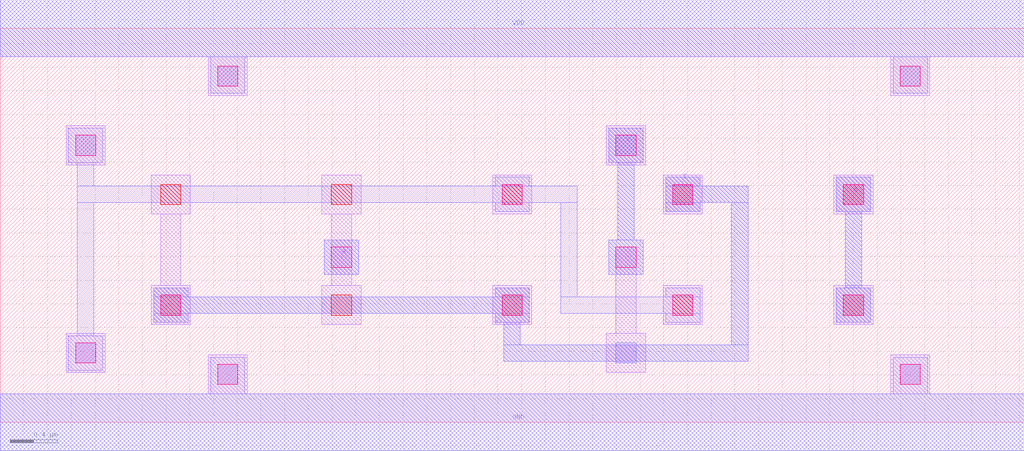
<source format=lef>
MACRO MUX2X1
 CLASS CORE ;
 FOREIGN MUX2X1 0 0 ;
 SIZE 8.64 BY 3.33 ;
 ORIGIN 0 0 ;
 SYMMETRY X Y R90 ;
 SITE unit ;
  PIN VDD
   DIRECTION INOUT ;
   USE POWER ;
   SHAPE ABUTMENT ;
    PORT
     CLASS CORE ;
       LAYER met1 ;
        RECT 0.00000000 3.09000000 8.64000000 3.57000000 ;
    END
  END VDD

  PIN GND
   DIRECTION INOUT ;
   USE POWER ;
   SHAPE ABUTMENT ;
    PORT
     CLASS CORE ;
       LAYER met1 ;
        RECT 0.00000000 -0.24000000 8.64000000 0.24000000 ;
    END
  END GND

  PIN Y
   DIRECTION INOUT ;
   USE SIGNAL ;
   SHAPE ABUTMENT ;
    PORT
     CLASS CORE ;
       LAYER met1 ;
        RECT 5.13500000 1.25000000 5.42500000 1.54000000 ;
        RECT 5.21000000 1.54000000 5.35000000 2.19500000 ;
        RECT 5.13500000 2.19500000 5.42500000 2.48500000 ;
    END
  END Y

  PIN S
   DIRECTION INOUT ;
   USE SIGNAL ;
   SHAPE ABUTMENT ;
    PORT
     CLASS CORE ;
       LAYER met1 ;
        RECT 4.25000000 0.51500000 6.31000000 0.65500000 ;
        RECT 4.25000000 0.65500000 4.39000000 0.84500000 ;
        RECT 1.29500000 0.84500000 1.58500000 0.92000000 ;
        RECT 4.17500000 0.84500000 4.46500000 0.92000000 ;
        RECT 1.29500000 0.92000000 4.46500000 1.06000000 ;
        RECT 1.29500000 1.06000000 1.58500000 1.13500000 ;
        RECT 4.17500000 1.06000000 4.46500000 1.13500000 ;
        RECT 5.61500000 1.78000000 5.90500000 1.85500000 ;
        RECT 6.17000000 0.65500000 6.31000000 1.85500000 ;
        RECT 5.61500000 1.85500000 6.31000000 1.99500000 ;
        RECT 5.61500000 1.99500000 5.90500000 2.07000000 ;
    END
  END S

  PIN A
   DIRECTION INOUT ;
   USE SIGNAL ;
   SHAPE ABUTMENT ;
    PORT
     CLASS CORE ;
       LAYER met1 ;
        RECT 2.73500000 1.25000000 3.02500000 1.54000000 ;
    END
  END A

  PIN B
   DIRECTION INOUT ;
   USE SIGNAL ;
   SHAPE ABUTMENT ;
    PORT
     CLASS CORE ;
       LAYER met1 ;
        RECT 7.05500000 0.84500000 7.34500000 1.13500000 ;
        RECT 7.13000000 1.13500000 7.27000000 1.78000000 ;
        RECT 7.05500000 1.78000000 7.34500000 2.07000000 ;
    END
  END B

 OBS
    LAYER polycont ;
     RECT 1.35500000 0.90500000 1.52500000 1.07500000 ;
     RECT 2.79500000 0.90500000 2.96500000 1.07500000 ;
     RECT 4.23500000 0.90500000 4.40500000 1.07500000 ;
     RECT 5.67500000 0.90500000 5.84500000 1.07500000 ;
     RECT 7.11500000 0.90500000 7.28500000 1.07500000 ;
     RECT 1.35500000 1.84000000 1.52500000 2.01000000 ;
     RECT 2.79500000 1.84000000 2.96500000 2.01000000 ;
     RECT 4.23500000 1.84000000 4.40500000 2.01000000 ;
     RECT 5.67500000 1.84000000 5.84500000 2.01000000 ;
     RECT 7.11500000 1.84000000 7.28500000 2.01000000 ;

    LAYER pdiffc ;
     RECT 0.63500000 2.25500000 0.80500000 2.42500000 ;
     RECT 5.19500000 2.25500000 5.36500000 2.42500000 ;
     RECT 1.83500000 2.84000000 2.00500000 3.01000000 ;
     RECT 7.59500000 2.84000000 7.76500000 3.01000000 ;

    LAYER ndiffc ;
     RECT 1.83500000 0.32000000 2.00500000 0.49000000 ;
     RECT 7.59500000 0.32000000 7.76500000 0.49000000 ;
     RECT 0.63500000 0.50000000 0.80500000 0.67000000 ;
     RECT 5.19500000 0.50000000 5.36500000 0.67000000 ;

    LAYER li1 ;
     RECT 1.75500000 0.24000000 2.08500000 0.57000000 ;
     RECT 7.51500000 0.24000000 7.84500000 0.57000000 ;
     RECT 0.55500000 0.42000000 0.88500000 0.75000000 ;
     RECT 4.15500000 0.82500000 4.48500000 1.15500000 ;
     RECT 5.59500000 0.82500000 5.92500000 1.15500000 ;
     RECT 7.03500000 0.82500000 7.36500000 1.15500000 ;
     RECT 5.11500000 0.42000000 5.44500000 0.75000000 ;
     RECT 5.19500000 0.75000000 5.36500000 1.48000000 ;
     RECT 1.27500000 0.82500000 1.60500000 1.15500000 ;
     RECT 1.35500000 1.15500000 1.52500000 1.76000000 ;
     RECT 1.27500000 1.76000000 1.60500000 2.09000000 ;
     RECT 2.71500000 0.82500000 3.04500000 1.15500000 ;
     RECT 2.79500000 1.15500000 2.96500000 1.76000000 ;
     RECT 2.71500000 1.76000000 3.04500000 2.09000000 ;
     RECT 4.15500000 1.76000000 4.48500000 2.09000000 ;
     RECT 5.59500000 1.76000000 5.92500000 2.09000000 ;
     RECT 7.03500000 1.76000000 7.36500000 2.09000000 ;
     RECT 0.55500000 2.17500000 0.88500000 2.50500000 ;
     RECT 5.11500000 2.17500000 5.44500000 2.50500000 ;
     RECT 1.75500000 2.76000000 2.08500000 3.09000000 ;
     RECT 7.51500000 2.76000000 7.84500000 3.09000000 ;

    LAYER viali ;
     RECT 1.83500000 0.32000000 2.00500000 0.49000000 ;
     RECT 7.59500000 0.32000000 7.76500000 0.49000000 ;
     RECT 0.63500000 0.50000000 0.80500000 0.67000000 ;
     RECT 1.35500000 0.90500000 1.52500000 1.07500000 ;
     RECT 4.23500000 0.90500000 4.40500000 1.07500000 ;
     RECT 5.67500000 0.90500000 5.84500000 1.07500000 ;
     RECT 7.11500000 0.90500000 7.28500000 1.07500000 ;
     RECT 2.79500000 1.31000000 2.96500000 1.48000000 ;
     RECT 5.19500000 1.31000000 5.36500000 1.48000000 ;
     RECT 4.23500000 1.84000000 4.40500000 2.01000000 ;
     RECT 5.67500000 1.84000000 5.84500000 2.01000000 ;
     RECT 7.11500000 1.84000000 7.28500000 2.01000000 ;
     RECT 0.63500000 2.25500000 0.80500000 2.42500000 ;
     RECT 5.19500000 2.25500000 5.36500000 2.42500000 ;
     RECT 1.83500000 2.84000000 2.00500000 3.01000000 ;
     RECT 7.59500000 2.84000000 7.76500000 3.01000000 ;

    LAYER met1 ;
     RECT 0.00000000 -0.24000000 8.64000000 0.24000000 ;
     RECT 1.77500000 0.24000000 2.06500000 0.55000000 ;
     RECT 7.53500000 0.24000000 7.82500000 0.55000000 ;
     RECT 2.73500000 1.25000000 3.02500000 1.54000000 ;
     RECT 4.25000000 0.51500000 6.31000000 0.65500000 ;
     RECT 4.25000000 0.65500000 4.39000000 0.84500000 ;
     RECT 1.29500000 0.84500000 1.58500000 0.92000000 ;
     RECT 4.17500000 0.84500000 4.46500000 0.92000000 ;
     RECT 1.29500000 0.92000000 4.46500000 1.06000000 ;
     RECT 1.29500000 1.06000000 1.58500000 1.13500000 ;
     RECT 4.17500000 1.06000000 4.46500000 1.13500000 ;
     RECT 5.61500000 1.78000000 5.90500000 1.85500000 ;
     RECT 6.17000000 0.65500000 6.31000000 1.85500000 ;
     RECT 5.61500000 1.85500000 6.31000000 1.99500000 ;
     RECT 5.61500000 1.99500000 5.90500000 2.07000000 ;
     RECT 7.05500000 0.84500000 7.34500000 1.13500000 ;
     RECT 7.13000000 1.13500000 7.27000000 1.78000000 ;
     RECT 7.05500000 1.78000000 7.34500000 2.07000000 ;
     RECT 0.57500000 0.44000000 0.86500000 0.73000000 ;
     RECT 5.61500000 0.84500000 5.90500000 0.92000000 ;
     RECT 4.73000000 0.92000000 5.90500000 1.06000000 ;
     RECT 5.61500000 1.06000000 5.90500000 1.13500000 ;
     RECT 0.65000000 0.73000000 0.79000000 1.85500000 ;
     RECT 4.17500000 1.78000000 4.46500000 1.85500000 ;
     RECT 4.73000000 1.06000000 4.87000000 1.85500000 ;
     RECT 0.65000000 1.85500000 4.87000000 1.99500000 ;
     RECT 4.17500000 1.99500000 4.46500000 2.07000000 ;
     RECT 0.65000000 1.99500000 0.79000000 2.19500000 ;
     RECT 0.57500000 2.19500000 0.86500000 2.48500000 ;
     RECT 5.13500000 1.25000000 5.42500000 1.54000000 ;
     RECT 5.21000000 1.54000000 5.35000000 2.19500000 ;
     RECT 5.13500000 2.19500000 5.42500000 2.48500000 ;
     RECT 1.77500000 2.78000000 2.06500000 3.09000000 ;
     RECT 7.53500000 2.78000000 7.82500000 3.09000000 ;
     RECT 0.00000000 3.09000000 8.64000000 3.57000000 ;

 END
END MUX2X1

</source>
